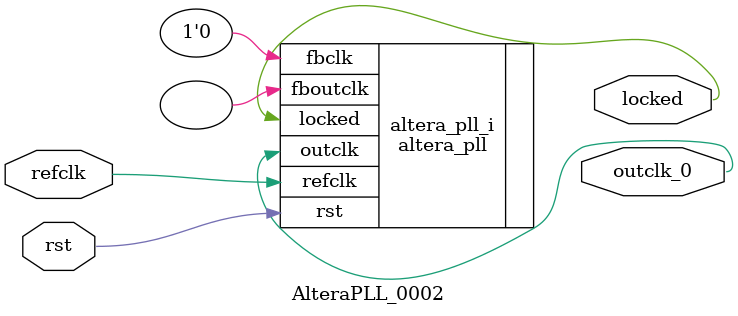
<source format=v>
`timescale 1ns/10ps
module  AlteraPLL_0002(

	// interface 'refclk'
	input wire refclk,

	// interface 'reset'
	input wire rst,

	// interface 'outclk0'
	output wire outclk_0,

	// interface 'locked'
	output wire locked
);

	altera_pll #(
		.fractional_vco_multiplier("false"),
		.reference_clock_frequency("100.0 MHz"),
		.operation_mode("direct"),
		.number_of_clocks(1),
		.output_clock_frequency0("100.000000 MHz"),
		.phase_shift0("0 ps"),
		.duty_cycle0(50),
		.output_clock_frequency1("0 MHz"),
		.phase_shift1("0 ps"),
		.duty_cycle1(50),
		.output_clock_frequency2("0 MHz"),
		.phase_shift2("0 ps"),
		.duty_cycle2(50),
		.output_clock_frequency3("0 MHz"),
		.phase_shift3("0 ps"),
		.duty_cycle3(50),
		.output_clock_frequency4("0 MHz"),
		.phase_shift4("0 ps"),
		.duty_cycle4(50),
		.output_clock_frequency5("0 MHz"),
		.phase_shift5("0 ps"),
		.duty_cycle5(50),
		.output_clock_frequency6("0 MHz"),
		.phase_shift6("0 ps"),
		.duty_cycle6(50),
		.output_clock_frequency7("0 MHz"),
		.phase_shift7("0 ps"),
		.duty_cycle7(50),
		.output_clock_frequency8("0 MHz"),
		.phase_shift8("0 ps"),
		.duty_cycle8(50),
		.output_clock_frequency9("0 MHz"),
		.phase_shift9("0 ps"),
		.duty_cycle9(50),
		.output_clock_frequency10("0 MHz"),
		.phase_shift10("0 ps"),
		.duty_cycle10(50),
		.output_clock_frequency11("0 MHz"),
		.phase_shift11("0 ps"),
		.duty_cycle11(50),
		.output_clock_frequency12("0 MHz"),
		.phase_shift12("0 ps"),
		.duty_cycle12(50),
		.output_clock_frequency13("0 MHz"),
		.phase_shift13("0 ps"),
		.duty_cycle13(50),
		.output_clock_frequency14("0 MHz"),
		.phase_shift14("0 ps"),
		.duty_cycle14(50),
		.output_clock_frequency15("0 MHz"),
		.phase_shift15("0 ps"),
		.duty_cycle15(50),
		.output_clock_frequency16("0 MHz"),
		.phase_shift16("0 ps"),
		.duty_cycle16(50),
		.output_clock_frequency17("0 MHz"),
		.phase_shift17("0 ps"),
		.duty_cycle17(50),
		.pll_type("General"),
		.pll_subtype("General")
	) altera_pll_i (
		.rst	(rst),
		.outclk	({outclk_0}),
		.locked	(locked),
		.fboutclk	( ),
		.fbclk	(1'b0),
		.refclk	(refclk)
	);
endmodule


</source>
